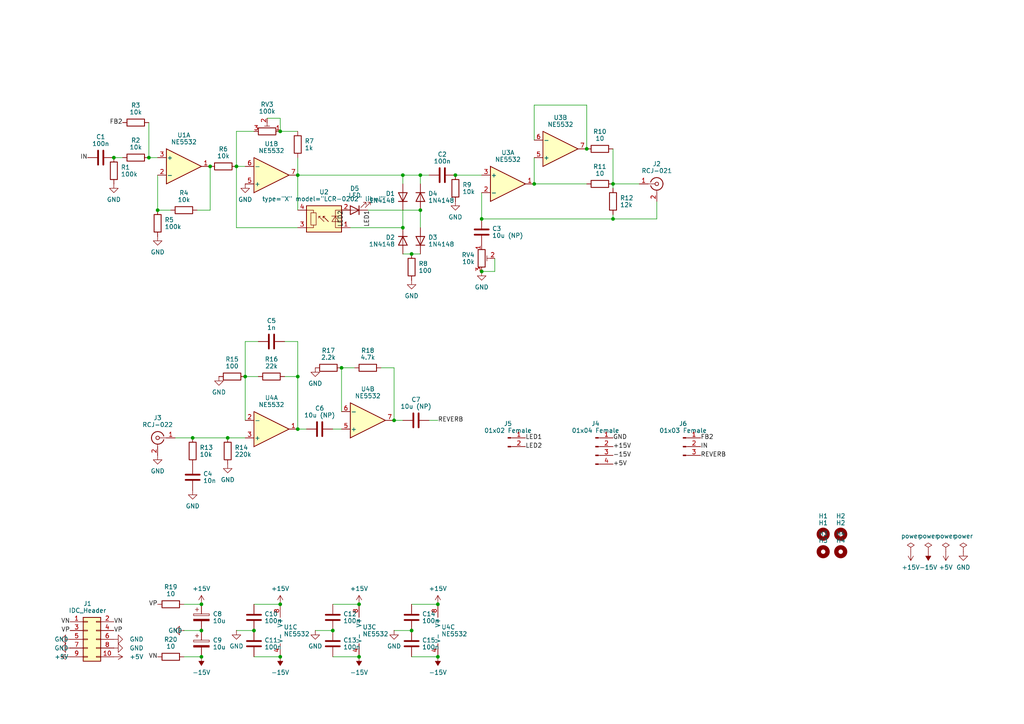
<source format=kicad_sch>
(kicad_sch (version 20211123) (generator "elektron")
  (paper "A4")
  (title_block (title "hall") (date "04-03-2023") (rev "1") (comment 1 "main circuit") (comment 2 "module for a spring reverb tank.") (comment 4 "License CC BY 4.0 - Attribution 4.0 International"))
  (label "IN" (at 25.4 45.72 180))
  (symbol (lib_id "Device:C") (at 29.21 45.72 90) (unit 1)
    (property "Reference" "C1" (at 29.21 39.69 -90))
    (property "Value" "100n" (at 29.21 41.69 -90))
    (property "Footprint" Capacitor_THT:C_Rect_L4.0mm_W2.5mm_P2.50mm (effects (hide yes) hide))
    (property "Description" "Unpolarized capacitor" (effects (hide yes)))
    (property "ki_keywords" "cap capacitor" (effects (hide yes)))
    (property "ki_fp_filters" "C_*" (effects (hide yes)))
  )
  (junction (at 33.02 45.72))
  (symbol (lib_id "Device:R") (at 33.02 49.53 0) (unit 1)
    (property "Reference" "R1" (at 35.04 48.53 0) (effects (justify left)))
    (property "Value" "100k" (at 35.04 50.53 0) (effects (justify left)))
    (property "Footprint" Resistor_THT:R_Axial_DIN0204_L3.6mm_D1.6mm_P5.08mm_Horizontal (effects (hide yes) hide))
    (property "Description" "Resistor" (effects (hide yes)))
    (property "ki_keywords" "R res resistor" (effects (hide yes)))
    (property "ki_fp_filters" "R_*" (effects (hide yes)))
  )
  (symbol (lib_id "power:GND") (at 33.02 53.34 0) (unit 1)
    (property "Reference" "GND" (effects (hide yes)))
    (property "Value" "GND" (at 33.02 57.88 0))
    (property "Description" "Power symbol creates a global label with name \"GND\" , ground" (effects (hide yes)))
    (property "ki_keywords" "global power" (effects (hide yes)))
  )
  (wire (pts (xy 33.02 45.72) (xy 35.56 45.72)))
  (symbol (lib_id "Device:R") (at 39.37 45.72 90) (unit 1)
    (property "Reference" "R2" (at 39.37 40.7 -90))
    (property "Value" "10k" (at 39.37 42.7 -90))
    (property "Footprint" Resistor_THT:R_Axial_DIN0204_L3.6mm_D1.6mm_P5.08mm_Horizontal (effects (hide yes) hide))
    (property "Description" "Resistor" (effects (hide yes)))
    (property "ki_keywords" "R res resistor" (effects (hide yes)))
    (property "ki_fp_filters" "R_*" (effects (hide yes)))
  )
  (junction (at 43.18 45.72))
  (wire (pts (xy 43.18 45.72) (xy 45.72 45.72)))
  (symbol (lib_id "Amplifier_Operational:NE5532") (at 53.34 48.26 0) (unit 1)
    (property "Reference" "U1" (at 53.34 39.18 0))
    (property "Value" "NE5532" (at 53.34 41.18 0))
    (property "Footprint" Package_DIP:DIP-8_W7.62mm_Socket (effects (hide yes) hide))
    (property "Datasheet" "http://www.ti.com/lit/ds/symlink/ne5532.pdf" (effects (hide yes)))
    (property "Description" "Dual Low-Noise Operational Amplifiers, DIP-8/SOIC-8" (effects (hide yes)))
    (property "ki_keywords" "dual opamp" (effects (hide yes)))
    (property "ki_fp_filters" "SOIC*3.9x4.9mm*P1.27mm* DIP*W7.62mm* TO*99* OnSemi*Micro8* TSSOP*3x3mm*P0.65mm* TSSOP*4.4x3mm*P0.65mm* MSOP*3x3mm*P0.65mm* SSOP*3.9x4.9mm*P0.635mm* LFCSP*2x2mm*P0.5mm* *SIP* SOIC*5.3x6.2mm*P1.27mm*" (effects (hide yes)))
    (property "Spice_Primitive" "X" (effects hide))
    (property "Spice_Model" "TL072c" (effects hide))
  )
  (wire (pts (xy 43.18 45.72) (xy 43.18 35.56)))
  (symbol (lib_id "Device:R") (at 39.37 35.56 270) (unit 1)
    (property "Reference" "R3" (at 39.37 30.54 -270))
    (property "Value" "10k" (at 39.37 32.54 -270))
    (property "Footprint" Resistor_THT:R_Axial_DIN0204_L3.6mm_D1.6mm_P5.08mm_Horizontal (effects (hide yes) hide))
    (property "Description" "Resistor" (effects (hide yes)))
    (property "ki_keywords" "R res resistor" (effects (hide yes)))
    (property "ki_fp_filters" "R_*" (effects (hide yes)))
  )
  (label "FB2" (at 35.56 35.56 180))
  (junction (at 60.96 48.26))
  (wire (pts (xy 60.96 48.26) (xy 60.96 60.96)))
  (wire (pts (xy 60.96 60.96) (xy 57.15 60.96)))
  (wire (pts (xy 49.53 60.96) (xy 45.72 60.96)))
  (symbol (lib_id "Device:R") (at 53.34 60.96 270) (unit 1)
    (property "Reference" "R4" (at 53.34 55.94 -270))
    (property "Value" "10k" (at 53.34 57.94 -270))
    (property "Footprint" Resistor_THT:R_Axial_DIN0204_L3.6mm_D1.6mm_P5.08mm_Horizontal (effects (hide yes) hide))
    (property "Description" "Resistor" (effects (hide yes)))
    (property "ki_keywords" "R res resistor" (effects (hide yes)))
    (property "ki_fp_filters" "R_*" (effects (hide yes)))
  )
  (junction (at 45.72 60.96))
  (wire (pts (xy 45.72 60.96) (xy 45.72 50.8)))
  (symbol (lib_id "Device:R") (at 45.72 64.77 0) (unit 1)
    (property "Reference" "R5" (at 47.74 63.769999999999996 0) (effects (justify left)))
    (property "Value" "100k" (at 47.74 65.77 0) (effects (justify left)))
    (property "Footprint" Resistor_THT:R_Axial_DIN0204_L3.6mm_D1.6mm_P5.08mm_Horizontal (effects (hide yes) hide))
    (property "Description" "Resistor" (effects (hide yes)))
    (property "ki_keywords" "R res resistor" (effects (hide yes)))
    (property "ki_fp_filters" "R_*" (effects (hide yes)))
  )
  (symbol (lib_id "power:GND") (at 45.72 68.58 0) (unit 1)
    (property "Reference" "GND" (effects (hide yes)))
    (property "Value" "GND" (at 45.72 73.12 0))
    (property "Description" "Power symbol creates a global label with name \"GND\" , ground" (effects (hide yes)))
    (property "ki_keywords" "global power" (effects (hide yes)))
  )
  (symbol (lib_id "Device:R") (at 64.77 48.26 90) (unit 1)
    (property "Reference" "R6" (at 64.77 43.24 -90))
    (property "Value" "10k" (at 64.77 45.24 -90))
    (property "Footprint" Resistor_THT:R_Axial_DIN0204_L3.6mm_D1.6mm_P5.08mm_Horizontal (effects (hide yes) hide))
    (property "Description" "Resistor" (effects (hide yes)))
    (property "ki_keywords" "R res resistor" (effects (hide yes)))
    (property "ki_fp_filters" "R_*" (effects (hide yes)))
  )
  (junction (at 68.58 48.26))
  (wire (pts (xy 68.58 48.26) (xy 71.12 48.26)))
  (symbol (lib_id "Amplifier_Operational:NE5532") (at 78.74 50.8 0) (mirror x) (unit 2)
    (property "Reference" "U1" (at 78.74 41.72 0))
    (property "Value" "NE5532" (at 78.74 43.72 0))
    (property "Footprint" Package_DIP:DIP-8_W7.62mm_Socket (effects (hide yes) hide))
    (property "Datasheet" "http://www.ti.com/lit/ds/symlink/ne5532.pdf" (effects (hide yes)))
    (property "Description" "Dual Low-Noise Operational Amplifiers, DIP-8/SOIC-8" (effects (hide yes)))
    (property "ki_keywords" "dual opamp" (effects (hide yes)))
    (property "ki_fp_filters" "SOIC*3.9x4.9mm*P1.27mm* DIP*W7.62mm* TO*99* OnSemi*Micro8* TSSOP*3x3mm*P0.65mm* TSSOP*4.4x3mm*P0.65mm* MSOP*3x3mm*P0.65mm* SSOP*3.9x4.9mm*P0.635mm* LFCSP*2x2mm*P0.5mm* *SIP* SOIC*5.3x6.2mm*P1.27mm*" (effects (hide yes)))
    (property "Spice_Model" "TL072c" (effects hide))
    (property "Spice_Primitive" "X" (effects hide))
  )
  (symbol (lib_id "power:GND") (at 71.12 53.34 0) (unit 1)
    (property "Reference" "GND" (effects (hide yes)))
    (property "Value" "GND" (at 71.12 57.88 0))
    (property "Description" "Power symbol creates a global label with name \"GND\" , ground" (effects (hide yes)))
    (property "ki_keywords" "global power" (effects (hide yes)))
  )
  (junction (at 86.36 50.8))
  (wire (pts (xy 86.36 50.8) (xy 86.36 45.72)))
  (symbol (lib_id "Device:R") (at 86.36 41.91 180) (unit 1)
    (property "Reference" "R7" (at 88.38 40.91 0) (effects (justify right)))
    (property "Value" "1k" (at 88.38 42.91 0) (effects (justify right)))
    (property "Footprint" Resistor_THT:R_Axial_DIN0204_L3.6mm_D1.6mm_P5.08mm_Horizontal (effects (hide yes) hide))
    (property "Description" "Resistor" (effects (hide yes)))
    (property "ki_keywords" "R res resistor" (effects (hide yes)))
    (property "ki_fp_filters" "R_*" (effects (hide yes)))
  )
  (wire (pts (xy 86.36 38.1) (xy 81.28 38.1)))
  (symbol (lib_id "Device:R_Potentiometer_Trim") (at 77.47 38.1 90) (mirror y) (unit 1)
    (property "Reference" "RV3" (at 77.47 30.29 -90))
    (property "Value" "100k" (at 77.47 32.29 -90))
    (property "Footprint" Potentiometer_THT:Potentiometer_Bourns_3299W_Vertical (effects (hide yes) hide))
    (property "Description" "Trim-potentiometer" (effects (hide yes)))
    (property "ki_keywords" "resistor variable trimpot trimmer" (effects (hide yes)))
    (property "ki_fp_filters" "Potentiometer*" (effects (hide yes)))
    (property "Spice_Primitive" "X" (effects hide))
    (property "Spice_Model" "Potentiometer" (effects hide))
  )
  (wire (pts (xy 77.47 34.29) (xy 81.28 34.29)))
  (junction (at 81.28 38.1))
  (wire (pts (xy 81.28 34.29) (xy 81.28 38.1)))
  (wire (pts (xy 73.66 38.1) (xy 68.58 38.1)))
  (wire (pts (xy 68.58 38.1) (xy 68.58 48.26)))
  (wire (pts (xy 68.58 48.26) (xy 68.58 66.04)))
  (wire (pts (xy 68.58 66.04) (xy 86.36 66.04)))
  (symbol (lib_id "elektrophon:LCR-0202") (at 93.98 63.5 180) (unit 1)
    (property "Reference" "U2" (at 93.98 55.69 0))
    (property "Value" "LCR-0202" (at 93.98 57.69 0))
    (property "Footprint" DIP-4_W10.16mm (effects hide))
    (property "Datasheet" "http://j5d2v7d7.stackpathcdn.com/wp-content/uploads/2016/10/LCR-0202.pdf" (effects hide))
    (property "ki_keywords" "vactrol" (effects hide))
    (property "ki_description" "Low Cost Axial Vactrols" (effects hide))
    (property "ki_fp_filters" "PerkinElmer*VTL5C*" (effects hide))
    (property "Spice_Primitive" "X" (effects hide))
  )
  (wire (pts (xy 86.36 50.8) (xy 116.84 50.8)))
  (junction (at 116.84 50.8))
  (wire (pts (xy 116.84 50.8) (xy 116.84 53.34)))
  (symbol (lib_id "Diode:1N4148") (at 116.84 57.15 90) (unit 1)
    (property "Reference" "D1" (at 114.57 56.150000000000006 -90) (effects (justify right)))
    (property "Value" "1N4148" (at 114.57 58.150000000000006 -90) (effects (justify right)))
    (property "Footprint" Diode_THT:D_DO-35_SOD27_P7.62mm_Horizontal (effects (hide yes) hide))
    (property "Datasheet" "https://assets.nexperia.com/documents/data-sheet/1N4148_1N4448.pdf" (effects (hide yes)))
    (property "Description" "100V 0.15A standard switching diode, DO-35" (effects (hide yes)))
    (property "Sim.Device" "D" (effects (hide yes)))
    (property "Sim.Pins" "1=K 2=A" (effects (hide yes)))
    (property "ki_keywords" "diode" (effects (hide yes)))
    (property "ki_fp_filters" "D*DO?35*" (effects (hide yes)))
    (property "Spice_Model" "D1N4148" (effects hide))
    (property "Spice_Node_Sequence" "2 1" (effects hide))
    (property "Spice_Primitive" "D" (effects hide))
  )
  (wire (pts (xy 116.84 60.96) (xy 116.84 66.04)))
  (junction (at 116.84 66.04))
  (symbol (lib_id "Diode:1N4148") (at 116.84 69.85 270) (unit 1)
    (property "Reference" "D2" (at 114.57 68.85 -270) (effects (justify right)))
    (property "Value" "1N4148" (at 114.57 70.85 -270) (effects (justify right)))
    (property "Footprint" Diode_THT:D_DO-35_SOD27_P7.62mm_Horizontal (effects (hide yes) hide))
    (property "Datasheet" "https://assets.nexperia.com/documents/data-sheet/1N4148_1N4448.pdf" (effects (hide yes)))
    (property "Description" "100V 0.15A standard switching diode, DO-35" (effects (hide yes)))
    (property "Sim.Device" "D" (effects (hide yes)))
    (property "Sim.Pins" "1=K 2=A" (effects (hide yes)))
    (property "ki_keywords" "diode" (effects (hide yes)))
    (property "ki_fp_filters" "D*DO?35*" (effects (hide yes)))
    (property "Spice_Model" "D1N4148" (effects hide))
    (property "Spice_Primitive" "D" (effects hide))
    (property "Spice_Node_Sequence" "2 1" (effects hide))
  )
  (wire (pts (xy 116.84 73.66) (xy 119.38 73.66)))
  (junction (at 119.38 73.66))
  (wire (pts (xy 119.38 73.66) (xy 121.92 73.66)))
  (symbol (lib_id "Diode:1N4148") (at 121.92 69.85 90) (unit 1)
    (property "Reference" "D3" (at 124.19 68.85 -90) (effects (justify left)))
    (property "Value" "1N4148" (at 124.19 70.85 -90) (effects (justify left)))
    (property "Footprint" Diode_THT:D_DO-35_SOD27_P7.62mm_Horizontal (effects (hide yes) hide))
    (property "Datasheet" "https://assets.nexperia.com/documents/data-sheet/1N4148_1N4448.pdf" (effects (hide yes)))
    (property "Description" "100V 0.15A standard switching diode, DO-35" (effects (hide yes)))
    (property "Sim.Device" "D" (effects (hide yes)))
    (property "Sim.Pins" "1=K 2=A" (effects (hide yes)))
    (property "ki_keywords" "diode" (effects (hide yes)))
    (property "ki_fp_filters" "D*DO?35*" (effects (hide yes)))
    (property "Spice_Primitive" "D" (effects hide))
    (property "Spice_Node_Sequence" "2 1" (effects hide))
    (property "Spice_Model" "D1N4148" (effects hide))
  )
  (wire (pts (xy 121.92 66.04) (xy 121.92 60.96)))
  (junction (at 121.92 60.96))
  (wire (pts (xy 121.92 60.96) (xy 121.92 60.96)))
  (symbol (lib_id "Diode:1N4148") (at 121.92 57.15 270) (unit 1)
    (property "Reference" "D4" (at 124.19 56.150000000000006 -270) (effects (justify left)))
    (property "Value" "1N4148" (at 124.19 58.150000000000006 -270) (effects (justify left)))
    (property "Footprint" Diode_THT:D_DO-35_SOD27_P7.62mm_Horizontal (effects (hide yes) hide))
    (property "Datasheet" "https://assets.nexperia.com/documents/data-sheet/1N4148_1N4448.pdf" (effects (hide yes)))
    (property "Description" "100V 0.15A standard switching diode, DO-35" (effects (hide yes)))
    (property "Sim.Device" "D" (effects (hide yes)))
    (property "Sim.Pins" "1=K 2=A" (effects (hide yes)))
    (property "ki_keywords" "diode" (effects (hide yes)))
    (property "ki_fp_filters" "D*DO?35*" (effects (hide yes)))
    (property "Spice_Model" "D1N4148" (effects hide))
    (property "Spice_Primitive" "D" (effects hide))
    (property "Spice_Node_Sequence" "2 1" (effects hide))
  )
  (wire (pts (xy 121.92 53.34) (xy 121.92 50.8)))
  (junction (at 121.92 50.8))
  (wire (pts (xy 121.92 60.96) (xy 106.68 60.96)))
  (symbol (lib_id "Device:LED") (at 102.87 60.96 180) (unit 1) (on_board no)
    (property "Reference" "D5" (at 102.87 54.67 0))
    (property "Value" "LED" (at 102.87 56.67 0))
    (property "Footprint" LED_THT:LED_D5.0mm (effects (hide yes) hide))
    (property "Description" "Light emitting diode" (effects (hide yes)))
    (property "ki_keywords" "LED diode" (effects (hide yes)))
    (property "ki_fp_filters" "LED* LED_SMD:* LED_THT:*" (effects (hide yes)))
    (property "Spice_Primitive" "D" (effects hide))
    (property "Spice_Node_Sequence" "2 1" (effects hide))
    (property "Spice_Model" "LED2" (effects hide))
  )
  (wire (pts (xy 99.06 60.96) (xy 101.6 60.96)))
  (symbol (lib_id "Device:R") (at 119.38 77.47 0) (unit 1)
    (property "Reference" "R8" (at 121.4 76.47 0) (effects (justify left)))
    (property "Value" "100" (at 121.4 78.47 0) (effects (justify left)))
    (property "Footprint" Resistor_THT:R_Axial_DIN0204_L3.6mm_D1.6mm_P5.08mm_Horizontal (effects (hide yes) hide))
    (property "Description" "Resistor" (effects (hide yes)))
    (property "ki_keywords" "R res resistor" (effects (hide yes)))
    (property "ki_fp_filters" "R_*" (effects (hide yes)))
  )
  (symbol (lib_id "power:GND") (at 119.38 81.28 0) (unit 1)
    (property "Reference" "GND" (effects (hide yes)))
    (property "Value" "GND" (at 119.38 85.82 0))
    (property "Description" "Power symbol creates a global label with name \"GND\" , ground" (effects (hide yes)))
    (property "ki_keywords" "global power" (effects (hide yes)))
  )
  (wire (pts (xy 116.84 66.04) (xy 101.6 66.04)))
  (wire (pts (xy 86.36 50.8) (xy 86.36 60.96)))
  (wire (pts (xy 116.84 50.8) (xy 121.92 50.8)))
  (wire (pts (xy 121.92 50.8) (xy 124.46 50.8)))
  (symbol (lib_id "Device:C") (at 128.27 50.8 90) (unit 1)
    (property "Reference" "C2" (at 128.27 44.77 -90))
    (property "Value" "100n" (at 128.27 46.77 -90))
    (property "Footprint" Capacitor_THT:C_Rect_L4.0mm_W2.5mm_P2.50mm (effects (hide yes) hide))
    (property "Description" "Unpolarized capacitor" (effects (hide yes)))
    (property "ki_keywords" "cap capacitor" (effects (hide yes)))
    (property "ki_fp_filters" "C_*" (effects (hide yes)))
  )
  (junction (at 132.08 50.8))
  (symbol (lib_id "Device:R") (at 132.08 54.61 0) (unit 1)
    (property "Reference" "R9" (at 134.1 53.61 0) (effects (justify left)))
    (property "Value" "10k" (at 134.1 55.61 0) (effects (justify left)))
    (property "Footprint" Resistor_THT:R_Axial_DIN0204_L3.6mm_D1.6mm_P5.08mm_Horizontal (effects (hide yes) hide))
    (property "Description" "Resistor" (effects (hide yes)))
    (property "ki_keywords" "R res resistor" (effects (hide yes)))
    (property "ki_fp_filters" "R_*" (effects (hide yes)))
  )
  (symbol (lib_id "power:GND") (at 132.08 58.42 0) (unit 1)
    (property "Reference" "GND" (effects (hide yes)))
    (property "Value" "GND" (at 132.08 62.96 0))
    (property "Description" "Power symbol creates a global label with name \"GND\" , ground" (effects (hide yes)))
    (property "ki_keywords" "global power" (effects (hide yes)))
  )
  (wire (pts (xy 132.08 50.8) (xy 139.7 50.8)))
  (symbol (lib_id "Amplifier_Operational:NE5532") (at 147.32 53.34 0) (unit 1)
    (property "Reference" "U3" (at 147.32 44.26 0))
    (property "Value" "NE5532" (at 147.32 46.26 0))
    (property "Footprint" Package_DIP:DIP-8_W7.62mm_Socket (effects (hide yes) hide))
    (property "Datasheet" "http://www.ti.com/lit/ds/symlink/ne5532.pdf" (effects (hide yes)))
    (property "Description" "Dual Low-Noise Operational Amplifiers, DIP-8/SOIC-8" (effects (hide yes)))
    (property "ki_keywords" "dual opamp" (effects (hide yes)))
    (property "ki_fp_filters" "SOIC*3.9x4.9mm*P1.27mm* DIP*W7.62mm* TO*99* OnSemi*Micro8* TSSOP*3x3mm*P0.65mm* TSSOP*4.4x3mm*P0.65mm* MSOP*3x3mm*P0.65mm* SSOP*3.9x4.9mm*P0.635mm* LFCSP*2x2mm*P0.5mm* *SIP* SOIC*5.3x6.2mm*P1.27mm*" (effects (hide yes)))
    (property "Spice_Primitive" "X" (effects hide))
    (property "Spice_Model" "TL072c" (effects hide))
  )
  (junction (at 154.94 53.34))
  (wire (pts (xy 154.94 53.34) (xy 154.94 45.72)))
  (symbol (lib_id "Amplifier_Operational:NE5532") (at 162.56 43.18 0) (mirror x) (unit 2)
    (property "Reference" "U3" (at 162.56 34.1 0))
    (property "Value" "NE5532" (at 162.56 36.1 0))
    (property "Footprint" Package_DIP:DIP-8_W7.62mm_Socket (effects (hide yes) hide))
    (property "Datasheet" "http://www.ti.com/lit/ds/symlink/ne5532.pdf" (effects (hide yes)))
    (property "Description" "Dual Low-Noise Operational Amplifiers, DIP-8/SOIC-8" (effects (hide yes)))
    (property "ki_keywords" "dual opamp" (effects (hide yes)))
    (property "ki_fp_filters" "SOIC*3.9x4.9mm*P1.27mm* DIP*W7.62mm* TO*99* OnSemi*Micro8* TSSOP*3x3mm*P0.65mm* TSSOP*4.4x3mm*P0.65mm* MSOP*3x3mm*P0.65mm* SSOP*3.9x4.9mm*P0.635mm* LFCSP*2x2mm*P0.5mm* *SIP* SOIC*5.3x6.2mm*P1.27mm*" (effects (hide yes)))
    (property "Spice_Primitive" "X" (effects hide))
    (property "Spice_Model" "TL072c" (effects hide))
  )
  (wire (pts (xy 170.18 43.18) (xy 170.18 30.48)))
  (wire (pts (xy 170.18 30.48) (xy 154.94 30.48)))
  (wire (pts (xy 154.94 30.48) (xy 154.94 40.64)))
  (junction (at 170.18 43.18))
  (symbol (lib_id "Device:R") (at 173.99 43.18 90) (unit 1)
    (property "Reference" "R10" (at 173.99 38.16 -90))
    (property "Value" "10" (at 173.99 40.16 -90))
    (property "Footprint" Resistor_THT:R_Axial_DIN0204_L3.6mm_D1.6mm_P5.08mm_Horizontal (effects (hide yes) hide))
    (property "Description" "Resistor" (effects (hide yes)))
    (property "ki_keywords" "R res resistor" (effects (hide yes)))
    (property "ki_fp_filters" "R_*" (effects (hide yes)))
  )
  (wire (pts (xy 177.8 43.18) (xy 177.8 53.34)))
  (junction (at 177.8 53.34))
  (symbol (lib_id "Device:R") (at 173.99 53.34 270) (unit 1)
    (property "Reference" "R11" (at 173.99 48.32 -270))
    (property "Value" "10" (at 173.99 50.32 -270))
    (property "Footprint" Resistor_THT:R_Axial_DIN0204_L3.6mm_D1.6mm_P5.08mm_Horizontal (effects (hide yes) hide))
    (property "Description" "Resistor" (effects (hide yes)))
    (property "ki_keywords" "R res resistor" (effects (hide yes)))
    (property "ki_fp_filters" "R_*" (effects (hide yes)))
  )
  (wire (pts (xy 170.18 53.34) (xy 154.94 53.34)))
  (wire (pts (xy 139.7 55.88) (xy 139.7 63.5)))
  (junction (at 139.7 63.5))
  (symbol (lib_id "Device:C") (at 139.7 67.31 0) (unit 1)
    (property "Reference" "C3" (at 142.73 66.31 0) (effects (justify left)))
    (property "Value" "10u (NP)" (at 142.73 68.31 0) (effects (justify left)))
    (property "Footprint" Capacitor_THT:CP_Radial_D6.3mm_P2.50mm (effects (hide yes) hide))
    (property "Description" "Unpolarized capacitor" (effects (hide yes)))
    (property "ki_keywords" "cap capacitor" (effects (hide yes)))
    (property "ki_fp_filters" "C_*" (effects (hide yes)))
  )
  (symbol (lib_id "Device:R_Potentiometer_Trim") (at 139.7 74.93 0) (unit 1)
    (property "Reference" "RV4" (at 137.68 73.93 0) (effects (justify right)))
    (property "Value" "10k" (at 137.68 75.93 0) (effects (justify right)))
    (property "Footprint" Potentiometer_THT:Potentiometer_Bourns_3299W_Vertical (effects (hide yes) hide))
    (property "Description" "Trim-potentiometer" (effects (hide yes)))
    (property "ki_keywords" "resistor variable trimpot trimmer" (effects (hide yes)))
    (property "ki_fp_filters" "Potentiometer*" (effects (hide yes)))
    (property "Spice_Primitive" "X" (effects hide))
    (property "Spice_Model" "Potentiometer1" (effects hide))
  )
  (symbol (lib_id "power:GND") (at 139.7 78.74 0) (unit 1)
    (property "Reference" "GND" (effects (hide yes)))
    (property "Value" "GND" (at 139.7 83.28 0))
    (property "Description" "Power symbol creates a global label with name \"GND\" , ground" (effects (hide yes)))
    (property "ki_keywords" "global power" (effects (hide yes)))
  )
  (wire (pts (xy 143.51 74.93) (xy 143.51 78.74)))
  (junction (at 139.7 78.74))
  (wire (pts (xy 143.51 78.74) (xy 139.7 78.74)))
  (wire (pts (xy 177.8 53.34) (xy 185.42 53.34)))
  (symbol (lib_id "Connector:Conn_Coaxial") (at 190.5 53.34 0) (unit 1)
    (property "Reference" "J2" (at 190.5 47.53 0))
    (property "Value" "RCJ-021" (at 190.5 49.53 0))
    (property "Footprint" elektrophon:CUI_RCJ-026 (effects (hide yes) hide))
    (property "Datasheet" " ~" (effects (hide yes)))
    (property "Description" "coaxial connector (BNC, SMA, SMB, SMC, Cinch/RCA, LEMO, ...)" (effects (hide yes)))
    (property "ki_keywords" "BNC SMA SMB SMC LEMO coaxial connector CINCH RCA MCX MMCX U.FL UMRF" (effects (hide yes)))
    (property "ki_fp_filters" "*BNC* *SMA* *SMB* *SMC* *Cinch* *LEMO* *UMRF* *MCX* *U.FL*" (effects (hide yes)))
  )
  (wire (pts (xy 139.7 63.5) (xy 177.8 63.5)))
  (junction (at 177.8 63.5))
  (wire (pts (xy 177.8 63.5) (xy 190.5 63.5)))
  (wire (pts (xy 190.5 63.5) (xy 190.5 58.42)))
  (wire (pts (xy 177.8 63.5) (xy 177.8 62.23)))
  (wire (pts (xy 177.8 54.61) (xy 177.8 53.34)))
  (symbol (lib_id "Device:R") (at 177.8 58.42 180) (unit 1)
    (property "Reference" "R12" (at 179.82 57.42 0) (effects (justify right)))
    (property "Value" "12k" (at 179.82 59.42 0) (effects (justify right)))
    (property "Footprint" Resistor_THT:R_Axial_DIN0204_L3.6mm_D1.6mm_P5.08mm_Horizontal (effects (hide yes) hide))
    (property "Description" "Resistor" (effects (hide yes)))
    (property "ki_keywords" "R res resistor" (effects (hide yes)))
    (property "ki_fp_filters" "R_*" (effects (hide yes)))
  )
  (symbol (lib_id "Connector:Conn_Coaxial") (at 45.72 127 0) (mirror y) (unit 1)
    (property "Reference" "J3" (at 45.72 121.19 0))
    (property "Value" "RCJ-022" (at 45.72 123.19 0))
    (property "Footprint" elektrophon:CUI_RCJ-026 (effects (hide yes) hide))
    (property "Datasheet" " ~" (effects (hide yes)))
    (property "Description" "coaxial connector (BNC, SMA, SMB, SMC, Cinch/RCA, LEMO, ...)" (effects (hide yes)))
    (property "ki_keywords" "BNC SMA SMB SMC LEMO coaxial connector CINCH RCA MCX MMCX U.FL UMRF" (effects (hide yes)))
    (property "ki_fp_filters" "*BNC* *SMA* *SMB* *SMC* *Cinch* *LEMO* *UMRF* *MCX* *U.FL*" (effects (hide yes)))
  )
  (symbol (lib_id "power:GND") (at 45.72 132.08 0) (unit 1)
    (property "Reference" "GND" (effects (hide yes)))
    (property "Value" "GND" (at 45.72 136.62 0))
    (property "Description" "Power symbol creates a global label with name \"GND\" , ground" (effects (hide yes)))
    (property "ki_keywords" "global power" (effects (hide yes)))
  )
  (wire (pts (xy 50.8 127) (xy 55.88 127)))
  (junction (at 55.88 127))
  (symbol (lib_id "Device:R") (at 55.88 130.81 0) (unit 1)
    (property "Reference" "R13" (at 57.9 129.81 0) (effects (justify left)))
    (property "Value" "10k" (at 57.9 131.81 0) (effects (justify left)))
    (property "Footprint" Resistor_THT:R_Axial_DIN0204_L3.6mm_D1.6mm_P5.08mm_Horizontal (effects (hide yes) hide))
    (property "Description" "Resistor" (effects (hide yes)))
    (property "ki_keywords" "R res resistor" (effects (hide yes)))
    (property "ki_fp_filters" "R_*" (effects (hide yes)))
  )
  (symbol (lib_id "Device:C") (at 55.88 138.43 0) (unit 1)
    (property "Reference" "C4" (at 58.91 137.43 0) (effects (justify left)))
    (property "Value" "10n" (at 58.91 139.43 0) (effects (justify left)))
    (property "Footprint" Capacitor_THT:C_Rect_L4.0mm_W2.5mm_P2.50mm (effects (hide yes) hide))
    (property "Description" "Unpolarized capacitor" (effects (hide yes)))
    (property "ki_keywords" "cap capacitor" (effects (hide yes)))
    (property "ki_fp_filters" "C_*" (effects (hide yes)))
  )
  (symbol (lib_id "power:GND") (at 55.88 142.24 0) (unit 1)
    (property "Reference" "GND" (effects (hide yes)))
    (property "Value" "GND" (at 55.88 146.78 0))
    (property "Description" "Power symbol creates a global label with name \"GND\" , ground" (effects (hide yes)))
    (property "ki_keywords" "global power" (effects (hide yes)))
  )
  (wire (pts (xy 55.88 127) (xy 66.04 127)))
  (junction (at 66.04 127))
  (symbol (lib_id "Device:R") (at 66.04 130.81 0) (unit 1)
    (property "Reference" "R14" (at 68.06 129.81 0) (effects (justify left)))
    (property "Value" "220k" (at 68.06 131.81 0) (effects (justify left)))
    (property "Footprint" Resistor_THT:R_Axial_DIN0204_L3.6mm_D1.6mm_P5.08mm_Horizontal (effects (hide yes) hide))
    (property "Description" "Resistor" (effects (hide yes)))
    (property "ki_keywords" "R res resistor" (effects (hide yes)))
    (property "ki_fp_filters" "R_*" (effects (hide yes)))
  )
  (symbol (lib_id "power:GND") (at 66.04 134.62 0) (unit 1)
    (property "Reference" "GND" (effects (hide yes)))
    (property "Value" "GND" (at 66.04 139.16 0))
    (property "Description" "Power symbol creates a global label with name \"GND\" , ground" (effects (hide yes)))
    (property "ki_keywords" "global power" (effects (hide yes)))
  )
  (wire (pts (xy 66.04 127) (xy 71.12 127)))
  (symbol (lib_id "Amplifier_Operational:NE5532") (at 78.74 124.46 0) (mirror x) (unit 1)
    (property "Reference" "U4" (at 78.74 115.38 0))
    (property "Value" "NE5532" (at 78.74 117.38 0))
    (property "Footprint" Package_DIP:DIP-8_W7.62mm_Socket (effects (hide yes) hide))
    (property "Datasheet" "http://www.ti.com/lit/ds/symlink/ne5532.pdf" (effects (hide yes)))
    (property "Description" "Dual Low-Noise Operational Amplifiers, DIP-8/SOIC-8" (effects (hide yes)))
    (property "ki_keywords" "dual opamp" (effects (hide yes)))
    (property "ki_fp_filters" "SOIC*3.9x4.9mm*P1.27mm* DIP*W7.62mm* TO*99* OnSemi*Micro8* TSSOP*3x3mm*P0.65mm* TSSOP*4.4x3mm*P0.65mm* MSOP*3x3mm*P0.65mm* SSOP*3.9x4.9mm*P0.635mm* LFCSP*2x2mm*P0.5mm* *SIP* SOIC*5.3x6.2mm*P1.27mm*" (effects (hide yes)))
    (property "Spice_Primitive" "X" (effects hide))
    (property "Spice_Model" "TL072c" (effects hide))
  )
  (wire (pts (xy 71.12 121.92) (xy 71.12 109.22)))
  (junction (at 71.12 109.22))
  (symbol (lib_id "Device:R") (at 67.31 109.22 270) (unit 1)
    (property "Reference" "R15" (at 67.31 104.2 -270))
    (property "Value" "100" (at 67.31 106.2 -270))
    (property "Footprint" Resistor_THT:R_Axial_DIN0204_L3.6mm_D1.6mm_P5.08mm_Horizontal (effects (hide yes) hide))
    (property "Description" "Resistor" (effects (hide yes)))
    (property "ki_keywords" "R res resistor" (effects (hide yes)))
    (property "ki_fp_filters" "R_*" (effects (hide yes)))
  )
  (symbol (lib_id "power:GND") (at 63.5 109.22 0) (unit 1)
    (property "Reference" "GND" (effects (hide yes)))
    (property "Value" "GND" (at 63.5 113.76 0))
    (property "Description" "Power symbol creates a global label with name \"GND\" , ground" (effects (hide yes)))
    (property "ki_keywords" "global power" (effects (hide yes)))
  )
  (wire (pts (xy 71.12 109.22) (xy 74.93 109.22)))
  (wire (pts (xy 82.55 109.22) (xy 86.36 109.22)))
  (symbol (lib_id "Device:R") (at 78.74 109.22 90) (unit 1)
    (property "Reference" "R16" (at 78.74 104.2 -90))
    (property "Value" "22k" (at 78.74 106.2 -90))
    (property "Footprint" Resistor_THT:R_Axial_DIN0204_L3.6mm_D1.6mm_P5.08mm_Horizontal (effects (hide yes) hide))
    (property "Description" "Resistor" (effects (hide yes)))
    (property "ki_keywords" "R res resistor" (effects (hide yes)))
    (property "ki_fp_filters" "R_*" (effects (hide yes)))
  )
  (junction (at 86.36 109.22))
  (wire (pts (xy 86.36 109.22) (xy 86.36 124.46)))
  (junction (at 86.36 124.46))
  (wire (pts (xy 71.12 109.22) (xy 71.12 99.06)))
  (wire (pts (xy 71.12 99.06) (xy 74.93 99.06)))
  (wire (pts (xy 82.55 99.06) (xy 86.36 99.06)))
  (symbol (lib_id "Device:C") (at 78.74 99.06 90) (unit 1)
    (property "Reference" "C5" (at 78.74 93.03 -90))
    (property "Value" "1n" (at 78.74 95.03 -90))
    (property "Footprint" Capacitor_THT:C_Rect_L4.0mm_W2.5mm_P2.50mm (effects (hide yes) hide))
    (property "Description" "Unpolarized capacitor" (effects (hide yes)))
    (property "ki_keywords" "cap capacitor" (effects (hide yes)))
    (property "ki_fp_filters" "C_*" (effects (hide yes)))
  )
  (wire (pts (xy 86.36 99.06) (xy 86.36 124.46)))
  (wire (pts (xy 86.36 124.46) (xy 88.9 124.46)))
  (symbol (lib_id "Device:C") (at 92.71 124.46 90) (unit 1)
    (property "Reference" "C6" (at 92.71 118.43 -90))
    (property "Value" "10u (NP)" (at 92.71 120.43 -90))
    (property "Footprint" Capacitor_THT:CP_Radial_D6.3mm_P2.50mm (effects (hide yes) hide))
    (property "Description" "Unpolarized capacitor" (effects (hide yes)))
    (property "ki_keywords" "cap capacitor" (effects (hide yes)))
    (property "ki_fp_filters" "C_*" (effects (hide yes)))
  )
  (wire (pts (xy 96.52 124.46) (xy 99.06 124.46)))
  (symbol (lib_id "Amplifier_Operational:NE5532") (at 106.68 121.92 0) (mirror x) (unit 2)
    (property "Reference" "U4" (at 106.68 112.84 0))
    (property "Value" "NE5532" (at 106.68 114.84 0))
    (property "Footprint" Package_DIP:DIP-8_W7.62mm_Socket (effects (hide yes) hide))
    (property "Datasheet" "http://www.ti.com/lit/ds/symlink/ne5532.pdf" (effects (hide yes)))
    (property "Description" "Dual Low-Noise Operational Amplifiers, DIP-8/SOIC-8" (effects (hide yes)))
    (property "ki_keywords" "dual opamp" (effects (hide yes)))
    (property "ki_fp_filters" "SOIC*3.9x4.9mm*P1.27mm* DIP*W7.62mm* TO*99* OnSemi*Micro8* TSSOP*3x3mm*P0.65mm* TSSOP*4.4x3mm*P0.65mm* MSOP*3x3mm*P0.65mm* SSOP*3.9x4.9mm*P0.635mm* LFCSP*2x2mm*P0.5mm* *SIP* SOIC*5.3x6.2mm*P1.27mm*" (effects (hide yes)))
    (property "Spice_Primitive" "X" (effects hide))
    (property "Spice_Model" "TL072c" (effects hide))
  )
  (wire (pts (xy 99.06 119.38) (xy 99.06 106.68)))
  (junction (at 99.06 106.68))
  (symbol (lib_id "Device:R") (at 95.25 106.68 270) (unit 1)
    (property "Reference" "R17" (at 95.25 101.66 -270))
    (property "Value" "2.2k" (at 95.25 103.66 -270))
    (property "Footprint" Resistor_THT:R_Axial_DIN0204_L3.6mm_D1.6mm_P5.08mm_Horizontal (effects (hide yes) hide))
    (property "Description" "Resistor" (effects (hide yes)))
    (property "ki_keywords" "R res resistor" (effects (hide yes)))
    (property "ki_fp_filters" "R_*" (effects (hide yes)))
  )
  (symbol (lib_id "power:GND") (at 91.44 106.68 0) (unit 1)
    (property "Reference" "GND" (effects (hide yes)))
    (property "Value" "GND" (at 91.44 111.22 0))
    (property "Description" "Power symbol creates a global label with name \"GND\" , ground" (effects (hide yes)))
    (property "ki_keywords" "global power" (effects (hide yes)))
  )
  (wire (pts (xy 99.06 106.68) (xy 102.87 106.68)))
  (wire (pts (xy 110.49 106.68) (xy 114.3 106.68)))
  (symbol (lib_id "Device:R") (at 106.68 106.68 90) (unit 1)
    (property "Reference" "R18" (at 106.68 101.66 -90))
    (property "Value" "4.7k" (at 106.68 103.66 -90))
    (property "Footprint" Resistor_THT:R_Axial_DIN0204_L3.6mm_D1.6mm_P5.08mm_Horizontal (effects (hide yes) hide))
    (property "Description" "Resistor" (effects (hide yes)))
    (property "ki_keywords" "R res resistor" (effects (hide yes)))
    (property "ki_fp_filters" "R_*" (effects (hide yes)))
  )
  (wire (pts (xy 114.3 106.68) (xy 114.3 121.92)))
  (junction (at 114.3 121.92))
  (wire (pts (xy 114.3 121.92) (xy 116.84 121.92)))
  (symbol (lib_id "Device:C") (at 120.65 121.92 90) (unit 1)
    (property "Reference" "C7" (at 120.65 115.89 -90))
    (property "Value" "10u (NP)" (at 120.65 117.89 -90))
    (property "Footprint" Capacitor_THT:CP_Radial_D6.3mm_P2.50mm (effects (hide yes) hide))
    (property "Description" "Unpolarized capacitor" (effects (hide yes)))
    (property "ki_keywords" "cap capacitor" (effects (hide yes)))
    (property "ki_fp_filters" "C_*" (effects (hide yes)))
  )
  (wire (pts (xy 124.46 121.92) (xy 127 121.92)))
  (label "REVERB" (at 127 121.92 0))
  (label "LED1" (at 106.68 60.96 270))
  (label "LED2" (at 99.06 60.96 270))
  (symbol (lib_id "Connector:Conn_01x04_Pin") (at 172.72 129.54 0) (unit 1)
    (property "Reference" "J4" (at 172.72 122.87 0))
    (property "Value" "01x04 Female" (at 172.72 124.87 0))
    (property "Footprint" Connector_PinSocket_2.54mm:PinSocket_1x04_P2.54mm_Vertical (effects (hide yes) hide))
    (property "Description" "Generic connector, single row, 01x04, script generated" (effects (hide yes)))
    (property "ki_keywords" "connector" (effects (hide yes)))
    (property "ki_fp_filters" "Connector*:*_1x??_*" (effects (hide yes)))
  )
  (label "GND" (at 177.8 127 0))
  (label "+15V" (at 177.8 129.54 0))
  (label "-15V" (at 177.8 132.08 0))
  (label "+5V" (at 177.8 134.62 0))
  (symbol (lib_id "Connector:Conn_01x02_Pin") (at 147.32 127 0) (unit 1)
    (property "Reference" "J5" (at 147.32 122.87 0))
    (property "Value" "01x02 Female" (at 147.32 124.87 0))
    (property "Footprint" Connector_PinSocket_2.54mm:PinSocket_1x02_P2.54mm_Vertical (effects (hide yes) hide))
    (property "Description" "Generic connector, single row, 01x02, script generated" (effects (hide yes)))
    (property "ki_keywords" "connector" (effects (hide yes)))
    (property "ki_fp_filters" "Connector*:*_1x??_*" (effects (hide yes)))
  )
  (label "LED1" (at 152.4 127 0))
  (label "LED2" (at 152.4 129.54 0))
  (symbol (lib_id "Connector:Conn_01x03_Pin") (at 198.12 129.54 0) (unit 1)
    (property "Reference" "J6" (at 198.12 122.87 0))
    (property "Value" "01x03 Female" (at 198.12 124.87 0))
    (property "Footprint" Connector_PinSocket_2.54mm:PinSocket_1x03_P2.54mm_Vertical (effects (hide yes) hide))
    (property "Description" "Generic connector, single row, 01x03, script generated" (effects (hide yes)))
    (property "ki_keywords" "connector" (effects (hide yes)))
    (property "ki_fp_filters" "Connector*:*_1x??_*" (effects (hide yes)))
  )
  (label "FB2" (at 203.2 127 0))
  (label "IN" (at 203.2 129.54 0))
  (label "REVERB" (at 203.2 132.08 0))
  (symbol (lib_id "Connector_Generic:Conn_02x05_Odd_Even") (at 25.4 185.42 0) (unit 1)
    (property "Reference" "J1" (at 25.4 175.07 0))
    (property "Value" "IDC_Header" (at 25.4 177.07 0))
    (property "Footprint" Connector_IDC:IDC-Header_2x05_P2.54mm_Vertical (effects (hide yes) hide))
    (property "Description" "Generic connector, double row, 02x05, odd/even pin numbering scheme (row 1 odd numbers, row 2 even numbers), script generated (kicad-library-utils/schlib/autogen/connector/)" (effects (hide yes)))
    (property "ki_keywords" "connector" (effects (hide yes)))
    (property "ki_fp_filters" "Connector*:*_2x??_*" (effects (hide yes)))
    (property "Spice_Netlist_Enabled" "false" (effects hide))
  )
  (symbol (lib_id "power:+5V") (at 33.02 190.5 270) (unit 1)
    (property "Reference" "+5V" (effects (hide yes)))
    (property "Value" "+5V" (at 37.56 190.5 270) (effects (justify right)))
    (property "Description" "Power symbol creates a global label with name \"+5V\"" (effects (hide yes)))
    (property "ki_keywords" "global power" (effects (hide yes)))
  )
  (symbol (lib_id "power:+5V") (at 20.32 190.5 90) (unit 1)
    (property "Reference" "+5V" (effects (hide yes)))
    (property "Value" "+5V" (at 15.780000000000001 190.5 -90) (effects (justify left)))
    (property "Description" "Power symbol creates a global label with name \"+5V\"" (effects (hide yes)))
    (property "ki_keywords" "global power" (effects (hide yes)))
  )
  (symbol (lib_id "power:GND") (at 33.02 185.42 90) (unit 1)
    (property "Reference" "GND" (effects (hide yes)))
    (property "Value" "GND" (at 37.56 185.42 90) (effects (justify right)))
    (property "Description" "Power symbol creates a global label with name \"GND\" , ground" (effects (hide yes)))
    (property "ki_keywords" "global power" (effects (hide yes)))
  )
  (symbol (lib_id "power:GND") (at 33.02 187.96 90) (unit 1)
    (property "Reference" "GND" (effects (hide yes)))
    (property "Value" "GND" (at 37.56 187.96 90) (effects (justify right)))
    (property "Description" "Power symbol creates a global label with name \"GND\" , ground" (effects (hide yes)))
    (property "ki_keywords" "global power" (effects (hide yes)))
  )
  (symbol (lib_id "power:GND") (at 20.32 185.42 270) (unit 1)
    (property "Reference" "GND" (effects (hide yes)))
    (property "Value" "GND" (at 15.780000000000001 185.42 -270) (effects (justify left)))
    (property "Description" "Power symbol creates a global label with name \"GND\" , ground" (effects (hide yes)))
    (property "ki_keywords" "global power" (effects (hide yes)))
  )
  (symbol (lib_id "power:GND") (at 20.32 187.96 270) (unit 1)
    (property "Reference" "GND" (effects (hide yes)))
    (property "Value" "GND" (at 15.780000000000001 187.96 -270) (effects (justify left)))
    (property "Description" "Power symbol creates a global label with name \"GND\" , ground" (effects (hide yes)))
    (property "ki_keywords" "global power" (effects (hide yes)))
  )
  (label "VP" (at 20.32 182.88 180))
  (label "VP" (at 33.02 182.88 0))
  (label "VN" (at 20.32 180.34 180))
  (label "VN" (at 33.02 180.34 0))
  (label "VP" (at 45.72 175.26 180))
  (symbol (lib_id "Device:R") (at 49.53 175.26 90) (unit 1)
    (property "Reference" "R19" (at 49.53 170.24 -90))
    (property "Value" "10" (at 49.53 172.24 -90))
    (property "Footprint" Resistor_THT:R_Axial_DIN0204_L3.6mm_D1.6mm_P5.08mm_Horizontal (effects (hide yes) hide))
    (property "Description" "Resistor" (effects (hide yes)))
    (property "ki_keywords" "R res resistor" (effects (hide yes)))
    (property "ki_fp_filters" "R_*" (effects (hide yes)))
  )
  (wire (pts (xy 53.34 175.26) (xy 58.42 175.26)))
  (junction (at 58.42 175.26))
  (symbol (lib_id "power:+15V") (at 58.42 175.26 0) (unit 1)
    (property "Reference" "+15V" (effects (hide yes)))
    (property "Value" "+15V" (at 58.42 170.72 0))
    (property "Description" "Power symbol creates a global label with name \"+15V\"" (effects (hide yes)))
    (property "ki_keywords" "global power" (effects (hide yes)))
  )
  (symbol (lib_id "Device:C_Polarized") (at 58.42 179.07 0) (unit 1)
    (property "Reference" "C8" (at 61.71 178.07 0) (effects (justify left)))
    (property "Value" "10u" (at 61.71 180.07 0) (effects (justify left)))
    (property "Footprint" Capacitor_THT:CP_Radial_D5.0mm_P2.50mm (effects (hide yes) hide))
    (property "Description" "Polarized capacitor" (effects (hide yes)))
    (property "ki_keywords" "cap capacitor" (effects (hide yes)))
    (property "ki_fp_filters" "CP_*" (effects (hide yes)))
  )
  (junction (at 58.42 182.88))
  (symbol (lib_id "Device:C_Polarized") (at 58.42 186.69 0) (unit 1)
    (property "Reference" "C9" (at 61.71 185.69 0) (effects (justify left)))
    (property "Value" "10u" (at 61.71 187.69 0) (effects (justify left)))
    (property "Footprint" Capacitor_THT:CP_Radial_D5.0mm_P2.50mm (effects (hide yes) hide))
    (property "Description" "Polarized capacitor" (effects (hide yes)))
    (property "ki_keywords" "cap capacitor" (effects (hide yes)))
    (property "ki_fp_filters" "CP_*" (effects (hide yes)))
  )
  (junction (at 58.42 190.5))
  (wire (pts (xy 58.42 190.5) (xy 53.34 190.5)))
  (symbol (lib_id "Device:R") (at 49.53 190.5 270) (unit 1)
    (property "Reference" "R20" (at 49.53 185.48 -270))
    (property "Value" "10" (at 49.53 187.48 -270))
    (property "Footprint" Resistor_THT:R_Axial_DIN0204_L3.6mm_D1.6mm_P5.08mm_Horizontal (effects (hide yes) hide))
    (property "Description" "Resistor" (effects (hide yes)))
    (property "ki_keywords" "R res resistor" (effects (hide yes)))
    (property "ki_fp_filters" "R_*" (effects (hide yes)))
  )
  (label "VN" (at 45.72 190.5 180))
  (symbol (lib_id "power:-15V") (at 58.42 190.5 180) (unit 1)
    (property "Reference" "-15V" (effects (hide yes)))
    (property "Value" "-15V" (at 58.42 195.04 0))
    (property "Description" "Power symbol creates a global label with name \"-15V\"" (effects (hide yes)))
    (property "ki_keywords" "global power" (effects (hide yes)))
  )
  (wire (pts (xy 58.42 182.88) (xy 53.34 182.88)))
  (symbol (lib_id "power:GND") (at 53.34 182.88 270) (unit 1)
    (property "Reference" "GND" (effects (hide yes)))
    (property "Value" "GND" (at 48.8 182.88 -270) (effects (justify left)))
    (property "Description" "Power symbol creates a global label with name \"GND\" , ground" (effects (hide yes)))
    (property "ki_keywords" "global power" (effects (hide yes)))
  )
  (symbol (lib_id "Amplifier_Operational:NE5532") (at 83.82 182.88 0) (unit 3)
    (property "Reference" "U1" (at 82.28 181.88 0) (effects (justify left)))
    (property "Value" "NE5532" (at 82.28 183.88 0) (effects (justify left)))
    (property "Footprint" Package_DIP:DIP-8_W7.62mm_Socket (effects (hide yes) hide))
    (property "Datasheet" "http://www.ti.com/lit/ds/symlink/ne5532.pdf" (effects (hide yes)))
    (property "Description" "Dual Low-Noise Operational Amplifiers, DIP-8/SOIC-8" (effects (hide yes)))
    (property "ki_keywords" "dual opamp" (effects (hide yes)))
    (property "ki_fp_filters" "SOIC*3.9x4.9mm*P1.27mm* DIP*W7.62mm* TO*99* OnSemi*Micro8* TSSOP*3x3mm*P0.65mm* TSSOP*4.4x3mm*P0.65mm* MSOP*3x3mm*P0.65mm* SSOP*3.9x4.9mm*P0.635mm* LFCSP*2x2mm*P0.5mm* *SIP* SOIC*5.3x6.2mm*P1.27mm*" (effects (hide yes)))
  )
  (symbol (lib_id "power:+15V") (at 81.28 175.26 0) (unit 1)
    (property "Reference" "+15V" (effects (hide yes)))
    (property "Value" "+15V" (at 81.28 170.72 0))
    (property "Description" "Power symbol creates a global label with name \"+15V\"" (effects (hide yes)))
    (property "ki_keywords" "global power" (effects (hide yes)))
  )
  (symbol (lib_id "power:-15V") (at 81.28 190.5 180) (unit 1)
    (property "Reference" "-15V" (effects (hide yes)))
    (property "Value" "-15V" (at 81.28 195.04 0))
    (property "Description" "Power symbol creates a global label with name \"-15V\"" (effects (hide yes)))
    (property "ki_keywords" "global power" (effects (hide yes)))
  )
  (junction (at 81.28 175.26))
  (wire (pts (xy 81.28 175.26) (xy 73.66 175.26)))
  (symbol (lib_id "Device:C") (at 73.66 179.07 0) (unit 1)
    (property "Reference" "C10" (at 76.69 178.07 0) (effects (justify left)))
    (property "Value" "100n" (at 76.69 180.07 0) (effects (justify left)))
    (property "Footprint" Capacitor_THT:C_Rect_L4.0mm_W2.5mm_P2.50mm (effects (hide yes) hide))
    (property "Description" "Unpolarized capacitor" (effects (hide yes)))
    (property "ki_keywords" "cap capacitor" (effects (hide yes)))
    (property "ki_fp_filters" "C_*" (effects (hide yes)))
    (property "Spice_Netlist_Enabled" "false" (effects hide))
  )
  (junction (at 73.66 182.88))
  (symbol (lib_id "Device:C") (at 73.66 186.69 0) (unit 1)
    (property "Reference" "C11" (at 76.69 185.69 0) (effects (justify left)))
    (property "Value" "100n" (at 76.69 187.69 0) (effects (justify left)))
    (property "Footprint" Capacitor_THT:C_Rect_L4.0mm_W2.5mm_P2.50mm (effects (hide yes) hide))
    (property "Description" "Unpolarized capacitor" (effects (hide yes)))
    (property "ki_keywords" "cap capacitor" (effects (hide yes)))
    (property "ki_fp_filters" "C_*" (effects (hide yes)))
    (property "Spice_Netlist_Enabled" "false" (effects hide))
  )
  (wire (pts (xy 73.66 190.5) (xy 81.28 190.5)))
  (junction (at 81.28 190.5))
  (wire (pts (xy 73.66 182.88) (xy 68.58 182.88)))
  (symbol (lib_id "power:GND") (at 68.58 182.88 0) (unit 1)
    (property "Reference" "GND" (effects (hide yes)))
    (property "Value" "GND" (at 68.58 187.42 0))
    (property "Description" "Power symbol creates a global label with name \"GND\" , ground" (effects (hide yes)))
    (property "ki_keywords" "global power" (effects (hide yes)))
  )
  (symbol (lib_id "Amplifier_Operational:NE5532") (at 106.68 182.88 0) (unit 3)
    (property "Reference" "U3" (at 105.14 181.88 0) (effects (justify left)))
    (property "Value" "NE5532" (at 105.14 183.88 0) (effects (justify left)))
    (property "Footprint" Package_DIP:DIP-8_W7.62mm_Socket (effects (hide yes) hide))
    (property "Datasheet" "http://www.ti.com/lit/ds/symlink/ne5532.pdf" (effects (hide yes)))
    (property "Description" "Dual Low-Noise Operational Amplifiers, DIP-8/SOIC-8" (effects (hide yes)))
    (property "ki_keywords" "dual opamp" (effects (hide yes)))
    (property "ki_fp_filters" "SOIC*3.9x4.9mm*P1.27mm* DIP*W7.62mm* TO*99* OnSemi*Micro8* TSSOP*3x3mm*P0.65mm* TSSOP*4.4x3mm*P0.65mm* MSOP*3x3mm*P0.65mm* SSOP*3.9x4.9mm*P0.635mm* LFCSP*2x2mm*P0.5mm* *SIP* SOIC*5.3x6.2mm*P1.27mm*" (effects (hide yes)))
  )
  (symbol (lib_id "power:+15V") (at 104.14 175.26 0) (unit 1)
    (property "Reference" "+15V" (effects (hide yes)))
    (property "Value" "+15V" (at 104.14 170.72 0))
    (property "Description" "Power symbol creates a global label with name \"+15V\"" (effects (hide yes)))
    (property "ki_keywords" "global power" (effects (hide yes)))
  )
  (symbol (lib_id "power:-15V") (at 104.14 190.5 180) (unit 1)
    (property "Reference" "-15V" (effects (hide yes)))
    (property "Value" "-15V" (at 104.14 195.04 0))
    (property "Description" "Power symbol creates a global label with name \"-15V\"" (effects (hide yes)))
    (property "ki_keywords" "global power" (effects (hide yes)))
  )
  (junction (at 104.14 175.26))
  (wire (pts (xy 104.14 175.26) (xy 96.52 175.26)))
  (symbol (lib_id "Device:C") (at 96.52 179.07 0) (unit 1)
    (property "Reference" "C12" (at 99.55 178.07 0) (effects (justify left)))
    (property "Value" "100n" (at 99.55 180.07 0) (effects (justify left)))
    (property "Footprint" Capacitor_THT:C_Rect_L4.0mm_W2.5mm_P2.50mm (effects (hide yes) hide))
    (property "Description" "Unpolarized capacitor" (effects (hide yes)))
    (property "ki_keywords" "cap capacitor" (effects (hide yes)))
    (property "ki_fp_filters" "C_*" (effects (hide yes)))
    (property "Spice_Netlist_Enabled" "false" (effects hide))
  )
  (junction (at 96.52 182.88))
  (symbol (lib_id "Device:C") (at 96.52 186.69 0) (unit 1)
    (property "Reference" "C13" (at 99.55 185.69 0) (effects (justify left)))
    (property "Value" "100n" (at 99.55 187.69 0) (effects (justify left)))
    (property "Footprint" Capacitor_THT:C_Rect_L4.0mm_W2.5mm_P2.50mm (effects (hide yes) hide))
    (property "Description" "Unpolarized capacitor" (effects (hide yes)))
    (property "ki_keywords" "cap capacitor" (effects (hide yes)))
    (property "ki_fp_filters" "C_*" (effects (hide yes)))
    (property "Spice_Netlist_Enabled" "false" (effects hide))
  )
  (wire (pts (xy 96.52 190.5) (xy 104.14 190.5)))
  (junction (at 104.14 190.5))
  (wire (pts (xy 96.52 182.88) (xy 91.44 182.88)))
  (symbol (lib_id "power:GND") (at 91.44 182.88 0) (unit 1)
    (property "Reference" "GND" (effects (hide yes)))
    (property "Value" "GND" (at 91.44 187.42 0))
    (property "Description" "Power symbol creates a global label with name \"GND\" , ground" (effects (hide yes)))
    (property "ki_keywords" "global power" (effects (hide yes)))
  )
  (symbol (lib_id "Amplifier_Operational:NE5532") (at 129.54 182.88 0) (unit 3)
    (property "Reference" "U4" (at 128 181.88 0) (effects (justify left)))
    (property "Value" "NE5532" (at 128 183.88 0) (effects (justify left)))
    (property "Footprint" Package_DIP:DIP-8_W7.62mm_Socket (effects (hide yes) hide))
    (property "Datasheet" "http://www.ti.com/lit/ds/symlink/ne5532.pdf" (effects (hide yes)))
    (property "Description" "Dual Low-Noise Operational Amplifiers, DIP-8/SOIC-8" (effects (hide yes)))
    (property "ki_keywords" "dual opamp" (effects (hide yes)))
    (property "ki_fp_filters" "SOIC*3.9x4.9mm*P1.27mm* DIP*W7.62mm* TO*99* OnSemi*Micro8* TSSOP*3x3mm*P0.65mm* TSSOP*4.4x3mm*P0.65mm* MSOP*3x3mm*P0.65mm* SSOP*3.9x4.9mm*P0.635mm* LFCSP*2x2mm*P0.5mm* *SIP* SOIC*5.3x6.2mm*P1.27mm*" (effects (hide yes)))
  )
  (symbol (lib_id "power:+15V") (at 127 175.26 0) (unit 1)
    (property "Reference" "+15V" (effects (hide yes)))
    (property "Value" "+15V" (at 127 170.72 0))
    (property "Description" "Power symbol creates a global label with name \"+15V\"" (effects (hide yes)))
    (property "ki_keywords" "global power" (effects (hide yes)))
  )
  (symbol (lib_id "power:-15V") (at 127 190.5 180) (unit 1)
    (property "Reference" "-15V" (effects (hide yes)))
    (property "Value" "-15V" (at 127 195.04 0))
    (property "Description" "Power symbol creates a global label with name \"-15V\"" (effects (hide yes)))
    (property "ki_keywords" "global power" (effects (hide yes)))
  )
  (junction (at 127 175.26))
  (wire (pts (xy 127 175.26) (xy 119.38 175.26)))
  (symbol (lib_id "Device:C") (at 119.38 179.07 0) (unit 1)
    (property "Reference" "C14" (at 122.41 178.07 0) (effects (justify left)))
    (property "Value" "100n" (at 122.41 180.07 0) (effects (justify left)))
    (property "Footprint" Capacitor_THT:C_Rect_L4.0mm_W2.5mm_P2.50mm (effects (hide yes) hide))
    (property "Description" "Unpolarized capacitor" (effects (hide yes)))
    (property "ki_keywords" "cap capacitor" (effects (hide yes)))
    (property "ki_fp_filters" "C_*" (effects (hide yes)))
    (property "Spice_Netlist_Enabled" "false" (effects hide))
  )
  (junction (at 119.38 182.88))
  (symbol (lib_id "Device:C") (at 119.38 186.69 0) (unit 1)
    (property "Reference" "C15" (at 122.41 185.69 0) (effects (justify left)))
    (property "Value" "100n" (at 122.41 187.69 0) (effects (justify left)))
    (property "Footprint" Capacitor_THT:C_Rect_L4.0mm_W2.5mm_P2.50mm (effects (hide yes) hide))
    (property "Description" "Unpolarized capacitor" (effects (hide yes)))
    (property "ki_keywords" "cap capacitor" (effects (hide yes)))
    (property "ki_fp_filters" "C_*" (effects (hide yes)))
    (property "Spice_Netlist_Enabled" "false" (effects hide))
  )
  (wire (pts (xy 119.38 190.5) (xy 127 190.5)))
  (junction (at 127 190.5))
  (wire (pts (xy 119.38 182.88) (xy 114.3 182.88)))
  (symbol (lib_id "power:GND") (at 114.3 182.88 0) (unit 1)
    (property "Reference" "GND" (effects (hide yes)))
    (property "Value" "GND" (at 114.3 187.42 0))
    (property "Description" "Power symbol creates a global label with name \"GND\" , ground" (effects (hide yes)))
    (property "ki_keywords" "global power" (effects (hide yes)))
  )
  (symbol (lib_id "power:PWR_FLAG") (at 264.16 160.02 0) (unit 1)
    (property "Reference" "P1" (effects (hide yes)))
    (property "Value" "power" (at 264.16 155.48 0))
    (property "Description" "Special symbol for telling ERC where power comes from" (effects (hide yes)))
    (property "ki_keywords" "flag power" (effects (hide yes)))
  )
  (symbol (lib_id "power:+15V") (at 264.16 160.02 180) (unit 1)
    (property "Reference" "+15V" (effects (hide yes)))
    (property "Value" "+15V" (at 264.16 164.56 0))
    (property "Description" "Power symbol creates a global label with name \"+15V\"" (effects (hide yes)))
    (property "ki_keywords" "global power" (effects (hide yes)))
  )
  (symbol (lib_id "power:PWR_FLAG") (at 269.24 160.02 0) (unit 1)
    (property "Reference" "P2" (effects (hide yes)))
    (property "Value" "power" (at 269.24 155.48 0))
    (property "Description" "Special symbol for telling ERC where power comes from" (effects (hide yes)))
    (property "ki_keywords" "flag power" (effects (hide yes)))
  )
  (symbol (lib_id "power:-15V") (at 269.24 160.02 180) (unit 1)
    (property "Reference" "-15V" (effects (hide yes)))
    (property "Value" "-15V" (at 269.24 164.56 0))
    (property "Description" "Power symbol creates a global label with name \"-15V\"" (effects (hide yes)))
    (property "ki_keywords" "global power" (effects (hide yes)))
  )
  (symbol (lib_id "power:PWR_FLAG") (at 274.32 160.02 0) (unit 1)
    (property "Reference" "P3" (effects (hide yes)))
    (property "Value" "power" (at 274.32 155.48 0))
    (property "Description" "Special symbol for telling ERC where power comes from" (effects (hide yes)))
    (property "ki_keywords" "flag power" (effects (hide yes)))
  )
  (symbol (lib_id "power:+5V") (at 274.32 160.02 180) (unit 1)
    (property "Reference" "+5V" (effects (hide yes)))
    (property "Value" "+5V" (at 274.32 164.56 0))
    (property "Description" "Power symbol creates a global label with name \"+5V\"" (effects (hide yes)))
    (property "ki_keywords" "global power" (effects (hide yes)))
  )
  (symbol (lib_id "power:PWR_FLAG") (at 279.4 160.02 0) (unit 1)
    (property "Reference" "P4" (effects (hide yes)))
    (property "Value" "power" (at 279.4 155.48 0))
    (property "Description" "Special symbol for telling ERC where power comes from" (effects (hide yes)))
    (property "ki_keywords" "flag power" (effects (hide yes)))
  )
  (symbol (lib_id "power:GND") (at 279.4 160.02 0) (unit 1)
    (property "Reference" "GND" (effects (hide yes)))
    (property "Value" "GND" (at 279.4 164.56 0))
    (property "Description" "Power symbol creates a global label with name \"GND\" , ground" (effects (hide yes)))
    (property "ki_keywords" "global power" (effects (hide yes)))
  )
  (symbol (lib_id "Mechanical:MountingHole") (at 238.76 154.94 0) (unit 1) (exclude_from_sim yes) (in_bom no)
    (property "Reference" "H1" (at 238.76 149.67 0))
    (property "Value" "H1" (at 238.76 151.67 0))
    (property "Footprint" MountingHole:MountingHole_2.2mm_M2 (effects (hide yes) hide))
    (property "Description" "Mounting Hole without connection" (effects (hide yes)))
    (property "ki_keywords" "mounting hole" (effects (hide yes)))
    (property "ki_fp_filters" "MountingHole*" (effects (hide yes)))
  )
  (symbol (lib_id "Mechanical:MountingHole") (at 243.84 154.94 0) (unit 1) (exclude_from_sim yes) (in_bom no)
    (property "Reference" "H2" (at 243.84 149.67 0))
    (property "Value" "H2" (at 243.84 151.67 0))
    (property "Footprint" MountingHole:MountingHole_2.2mm_M2 (effects (hide yes) hide))
    (property "Description" "Mounting Hole without connection" (effects (hide yes)))
    (property "ki_keywords" "mounting hole" (effects (hide yes)))
    (property "ki_fp_filters" "MountingHole*" (effects (hide yes)))
  )
  (symbol (lib_id "Mechanical:MountingHole") (at 238.76 160.02 0) (unit 1) (exclude_from_sim yes) (in_bom no)
    (property "Reference" "H3" (at 238.76 154.75 0))
    (property "Value" "H3" (at 238.76 156.75 0))
    (property "Footprint" MountingHole:MountingHole_2.2mm_M2 (effects (hide yes) hide))
    (property "Description" "Mounting Hole without connection" (effects (hide yes)))
    (property "ki_keywords" "mounting hole" (effects (hide yes)))
    (property "ki_fp_filters" "MountingHole*" (effects (hide yes)))
  )
  (symbol (lib_id "Mechanical:MountingHole") (at 243.84 160.02 0) (unit 1) (exclude_from_sim yes) (in_bom no)
    (property "Reference" "H4" (at 243.84 154.75 0))
    (property "Value" "H4" (at 243.84 156.75 0))
    (property "Footprint" MountingHole:MountingHole_2.2mm_M2 (effects (hide yes) hide))
    (property "Description" "Mounting Hole without connection" (effects (hide yes)))
    (property "ki_keywords" "mounting hole" (effects (hide yes)))
    (property "ki_fp_filters" "MountingHole*" (effects (hide yes)))
  )
)
</source>
